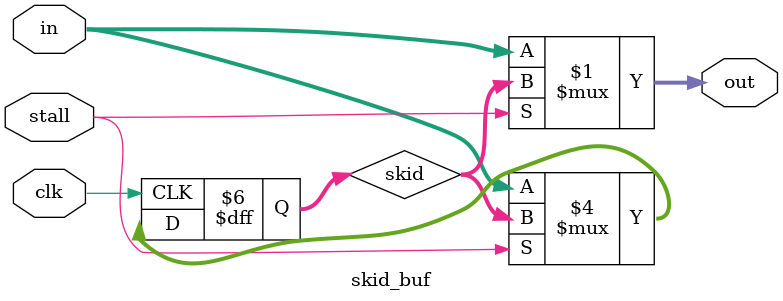
<source format=sv>
module skid_buf
#(parameter WIDTH=0)
(
	input  logic              clk,

	input  logic[WIDTH - 1:0] in,
	input  logic              stall,

	output logic[WIDTH - 1:0] out
);

	logic[WIDTH - 1:0] skid;

	assign out = stall ? skid : in;

	always_ff @(posedge clk)
		if (!stall)
			skid <= in;

endmodule

</source>
